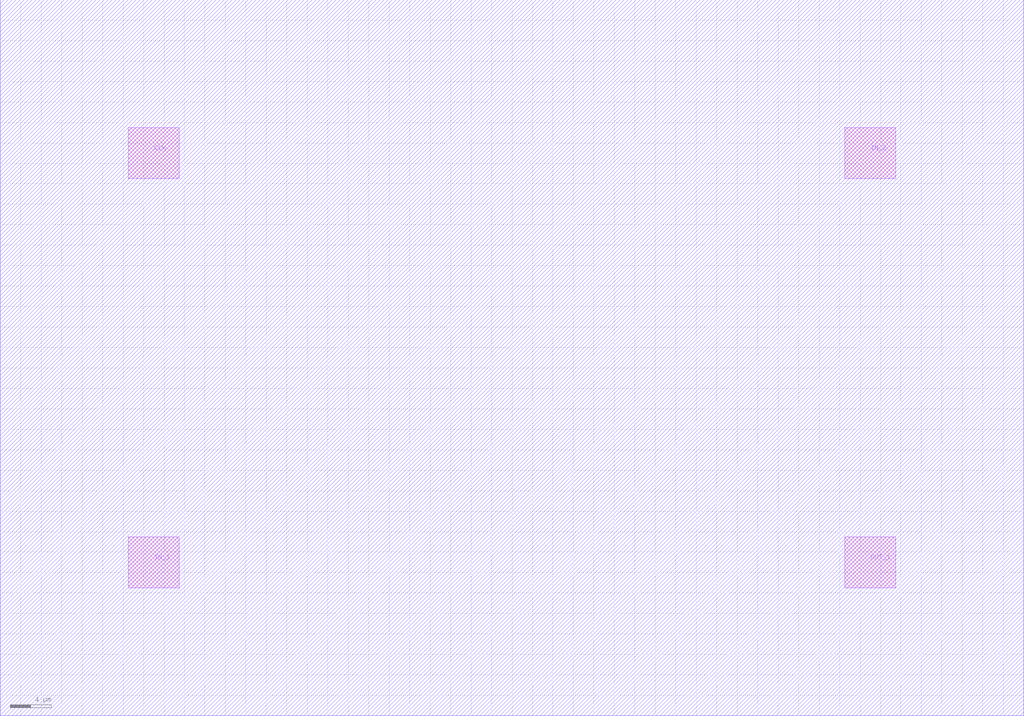
<source format=lef>
# Lef file generated with ViPeR 
# Jude de Villiers, Stellenbosch University
# Tue Jul  7 08:12:44 2020

NAMESCASESENSITIVE ON ;
UNITS
DATABASE MICRONS 100 ;
END UNITS

LAYER metal1
  TYPE ROUTING ;
  PITCH 10 ;
  WIDTH 5 ;
  SPACING 5 ;
  DIRECTION HORIZONTAL ;
END metal1
LAYER metal2
  TYPE ROUTING ;
  PITCH 10 ;
  WIDTH 5 ;
  SPACING 5 ;
  DIRECTION HORIZONTAL ;
END metal2
VIA via1 DEFAULT
  LAYER metal1 ;
    RECT -2.5 -2.5 2.5 2.5 ;
  LAYER metal2 ;
    RECT -2.5 -2.5 2.5 2.5 ;
  LAYER via1 ;
    RECT -2.5 -2.5 2.5 2.5 ;
END via1
MACRO JTLT
  CLASS CORE ;
  SIZE 40 by 70 ;
  ORIGIN 0 0 ;
  SYMMETRY X ;
  SITE core 0 0 N DO 1 BY 1 STEP 0 0 ;
  PIN IN_1
    DIRECTION INOUT ;
    USE SIGNAL ;
      PORT
        LAYER metal1 ;
          RECT 2.5 52.5 7.5 57.5 ;
        LAYER metal2 ;
          RECT 2.5 52.5 7.5 57.5 ;
      END
  END IN_1
  PIN OUT_1
    DIRECTION INOUT ;
    USE SIGNAL ;
      PORT
        LAYER metal1 ;
          RECT 32.5 12.5 37.5 17.5 ;
        LAYER metal2 ;
          RECT 32.5 12.5 37.5 17.5 ;
      END
  END OUT_1
END JTLT
MACRO MERGET
  CLASS CORE ;
  SIZE 70 by 70 ;
  ORIGIN 0 0 ;
  SYMMETRY X ;
  SITE core 0 0 N DO 1 BY 1 STEP 0 0 ;
  PIN IN_1
    DIRECTION INOUT ;
    USE SIGNAL ;
      PORT
        LAYER metal1 ;
          RECT 12.5 12.5 17.5 17.5 ;
        LAYER metal2 ;
          RECT 12.5 12.5 17.5 17.5 ;
      END
  END IN_1
  PIN IN_2
    DIRECTION INOUT ;
    USE SIGNAL ;
      PORT
        LAYER metal1 ;
          RECT 12.5 52.5 17.5 57.5 ;
        LAYER metal2 ;
          RECT 12.5 52.5 17.5 57.5 ;
      END
  END IN_2
  PIN OUT_1
    DIRECTION INOUT ;
    USE SIGNAL ;
      PORT
        LAYER metal1 ;
          RECT 62.5 12.5 67.5 17.5 ;
        LAYER metal2 ;
          RECT 62.5 12.5 67.5 17.5 ;
      END
  END OUT_1
END MERGET
MACRO SPLIT
  CLASS CORE ;
  SIZE 50 by 70 ;
  ORIGIN 0 0 ;
  SYMMETRY X ;
  SITE core 0 0 N DO 1 BY 1 STEP 0 0 ;
  PIN IN_1
    DIRECTION INOUT ;
    USE SIGNAL ;
      PORT
        LAYER metal1 ;
          RECT 12.5 52.5 17.5 57.5 ;
        LAYER metal2 ;
          RECT 12.5 52.5 17.5 57.5 ;
      END
  END IN_1
  PIN OUT_1
    DIRECTION INOUT ;
    USE SIGNAL ;
      PORT
        LAYER metal1 ;
          RECT 12.5 12.5 17.5 17.5 ;
        LAYER metal2 ;
          RECT 12.5 12.5 17.5 17.5 ;
      END
  END OUT_1
  PIN OUT_2
    DIRECTION INOUT ;
    USE SIGNAL ;
      PORT
        LAYER metal1 ;
          RECT 32.5 12.5 37.5 17.5 ;
        LAYER metal2 ;
          RECT 32.5 12.5 37.5 17.5 ;
      END
  END OUT_2
END SPLIT
MACRO DFF
  CLASS CORE ;
  SIZE 80 by 70 ;
  ORIGIN 0 0 ;
  SYMMETRY X ;
  SITE core 0 0 N DO 1 BY 1 STEP 0 0 ;
  PIN CLK
    DIRECTION INOUT ;
    USE SIGNAL ;
      PORT
        LAYER metal1 ;
          RECT 12.5 52.5 17.5 57.5 ;
        LAYER metal2 ;
          RECT 12.5 52.5 17.5 57.5 ;
      END
  END CLK
  PIN IN_1
    DIRECTION INOUT ;
    USE SIGNAL ;
      PORT
        LAYER metal1 ;
          RECT 12.5 12.5 17.5 17.5 ;
        LAYER metal2 ;
          RECT 12.5 12.5 17.5 17.5 ;
      END
  END IN_1
  PIN OUT_1
    DIRECTION INOUT ;
    USE SIGNAL ;
      PORT
        LAYER metal1 ;
          RECT 62.5 12.5 67.5 17.5 ;
        LAYER metal2 ;
          RECT 62.5 12.5 67.5 17.5 ;
      END
  END OUT_1
END DFF
MACRO NOTT
  CLASS CORE ;
  SIZE 100 by 70 ;
  ORIGIN 0 0 ;
  SYMMETRY X ;
  SITE core 0 0 N DO 1 BY 1 STEP 0 0 ;
  PIN CLK
    DIRECTION INOUT ;
    USE SIGNAL ;
      PORT
        LAYER metal1 ;
          RECT 12.5 12.5 17.5 17.5 ;
        LAYER metal2 ;
          RECT 12.5 12.5 17.5 17.5 ;
      END
  END CLK
  PIN IN_1
    DIRECTION INOUT ;
    USE SIGNAL ;
      PORT
        LAYER metal1 ;
          RECT 12.5 52.5 17.5 57.5 ;
        LAYER metal2 ;
          RECT 12.5 52.5 17.5 57.5 ;
      END
  END IN_1
  PIN OUT_1
    DIRECTION INOUT ;
    USE SIGNAL ;
      PORT
        LAYER metal1 ;
          RECT 82.5 12.5 87.5 17.5 ;
        LAYER metal2 ;
          RECT 82.5 12.5 87.5 17.5 ;
      END
  END OUT_1
END NOTT
MACRO AND2T
  CLASS CORE ;
  SIZE 100 by 70 ;
  ORIGIN 0 0 ;
  SYMMETRY X ;
  SITE core 0 0 N DO 1 BY 1 STEP 0 0 ;
  PIN IN_1
    DIRECTION INOUT ;
    USE SIGNAL ;
      PORT
        LAYER metal1 ;
          RECT 12.5 12.5 17.5 17.5 ;
        LAYER metal2 ;
          RECT 12.5 12.5 17.5 17.5 ;
      END
  END IN_1
  PIN IN_2
    DIRECTION INOUT ;
    USE SIGNAL ;
      PORT
        LAYER metal1 ;
          RECT 82.5 52.5 87.5 57.5 ;
        LAYER metal2 ;
          RECT 82.5 52.5 87.5 57.5 ;
      END
  END IN_2
  PIN CLK
    DIRECTION INOUT ;
    USE SIGNAL ;
      PORT
        LAYER metal1 ;
          RECT 12.5 52.5 17.5 57.5 ;
        LAYER metal2 ;
          RECT 12.5 52.5 17.5 57.5 ;
      END
  END CLK
  PIN OUT_1
    DIRECTION INOUT ;
    USE SIGNAL ;
      PORT
        LAYER metal1 ;
          RECT 82.5 12.5 87.5 17.5 ;
        LAYER metal2 ;
          RECT 82.5 12.5 87.5 17.5 ;
      END
  END OUT_1
END AND2T
MACRO OR2T
  CLASS CORE ;
  SIZE 100 by 70 ;
  ORIGIN 0 0 ;
  SYMMETRY X ;
  SITE core 0 0 N DO 1 BY 1 STEP 0 0 ;
  PIN IN_1
    DIRECTION INOUT ;
    USE SIGNAL ;
      PORT
        LAYER metal1 ;
          RECT 12.5 12.5 17.5 17.5 ;
        LAYER metal2 ;
          RECT 12.5 12.5 17.5 17.5 ;
      END
  END IN_1
  PIN IN_2
    DIRECTION INOUT ;
    USE SIGNAL ;
      PORT
        LAYER metal1 ;
          RECT 12.5 52.5 17.5 57.5 ;
        LAYER metal2 ;
          RECT 12.5 52.5 17.5 57.5 ;
      END
  END IN_2
  PIN CLK
    DIRECTION INOUT ;
    USE SIGNAL ;
      PORT
        LAYER metal1 ;
          RECT 82.5 52.5 87.5 57.5 ;
        LAYER metal2 ;
          RECT 82.5 52.5 87.5 57.5 ;
      END
  END CLK
  PIN OUT_1
    DIRECTION INOUT ;
    USE SIGNAL ;
      PORT
        LAYER metal1 ;
          RECT 82.5 12.5 87.5 17.5 ;
        LAYER metal2 ;
          RECT 82.5 12.5 87.5 17.5 ;
      END
  END OUT_1
END OR2T
MACRO XOR2T
  CLASS CORE ;
  SIZE 100 by 70 ;
  ORIGIN 0 0 ;
  SYMMETRY X ;
  SITE core 0 0 N DO 1 BY 1 STEP 0 0 ;
  PIN IN_1
    DIRECTION INOUT ;
    USE SIGNAL ;
      PORT
        LAYER metal1 ;
          RECT 12.5 52.5 17.5 57.5 ;
        LAYER metal2 ;
          RECT 12.5 52.5 17.5 57.5 ;
      END
  END IN_1
  PIN IN_2
    DIRECTION INOUT ;
    USE SIGNAL ;
      PORT
        LAYER metal1 ;
          RECT 12.5 12.5 17.5 17.5 ;
        LAYER metal2 ;
          RECT 12.5 12.5 17.5 17.5 ;
      END
  END IN_2
  PIN CLK
    DIRECTION INOUT ;
    USE SIGNAL ;
      PORT
        LAYER metal1 ;
          RECT 82.5 52.5 87.5 57.5 ;
        LAYER metal2 ;
          RECT 82.5 52.5 87.5 57.5 ;
      END
  END CLK
  PIN OUT_1
    DIRECTION INOUT ;
    USE SIGNAL ;
      PORT
        LAYER metal1 ;
          RECT 82.5 12.5 87.5 17.5 ;
        LAYER metal2 ;
          RECT 82.5 12.5 87.5 17.5 ;
      END
  END OUT_1
END XOR2T
MACRO PAD
  CLASS CORE ;
  SIZE 30 by 30 ;
  ORIGIN 0 0 ;
  SYMMETRY X ;
  SITE core 0 0 N DO 1 BY 1 STEP 0 0 ;
  OBS
    LAYER metal1 ;
      RECT 0 0 5 30 ;
      RECT 25 0 30 30 ;
    LAYER metal2 ;
      RECT 0 0 5 30 ;
      RECT 25 0 30 30 ;
  END
  PIN INOUT_1
    DIRECTION INOUT ;
    USE SIGNAL ;
      PORT
        LAYER metal1 ;
          RECT 12.5 12.5 17.5 17.5 ;
        LAYER metal2 ;
          RECT 12.5 12.5 17.5 17.5 ;
      END
  END INOUT_1  
END PAD
MACRO CLKSPLIT
  CLASS CORE ;
  SIZE 50 by 70 ;
  ORIGIN 0 0 ;
  SYMMETRY X ;
  SITE core 0 0 N DO 1 BY 1 STEP 0 0 ;
  PIN IN_1
    DIRECTION INOUT ;
    USE SIGNAL ;
      PORT
        LAYER metal1 ;
          RECT 12.5 52.5 17.5 57.5 ;
        LAYER metal2 ;
          RECT 12.5 52.5 17.5 57.5 ;
      END
  END IN_1
  PIN OUT_1
    DIRECTION INOUT ;
    USE SIGNAL ;
      PORT
        LAYER metal1 ;
          RECT 12.5 12.5 17.5 17.5 ;
        LAYER metal2 ;
          RECT 12.5 12.5 17.5 17.5 ;
      END
  END OUT_1
  PIN OUT_2
    DIRECTION INOUT ;
    USE SIGNAL ;
      PORT
        LAYER metal1 ;
          RECT 32.5 12.5 37.5 17.5 ;
        LAYER metal2 ;
          RECT 32.5 12.5 37.5 17.5 ;
      END
  END OUT_2
END CLKSPLIT
MACRO CLKBUFF
  CLASS CORE ;
  SIZE 40 by 70 ;
  ORIGIN 0 0 ;
  SYMMETRY X ;
  SITE core 0 0 N DO 1 BY 1 STEP 0 0 ;
  PIN IN_1
    DIRECTION INOUT ;
    USE SIGNAL ;
      PORT
        LAYER metal1 ;
          RECT 2.5 52.5 7.5 57.5 ;
        LAYER metal2 ;
          RECT 2.5 52.5 7.5 57.5 ;
      END
  END IN_1
  PIN OUT_1
    DIRECTION INOUT ;
    USE SIGNAL ;
      PORT
        LAYER metal1 ;
          RECT 32.5 12.5 37.5 17.5 ;
        LAYER metal2 ;
          RECT 32.5 12.5 37.5 17.5 ;
      END
  END OUT_1
END CLKBUFF
END LIBRARY

</source>
